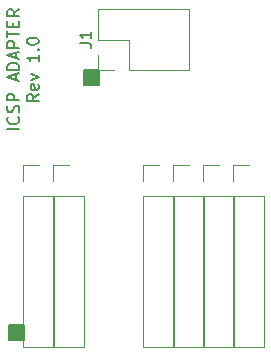
<source format=gbr>
G04 #@! TF.GenerationSoftware,KiCad,Pcbnew,(5.0.1-3-g963ef8bb5)*
G04 #@! TF.CreationDate,2018-12-11T08:39:45-08:00*
G04 #@! TF.ProjectId,isp_adapter,6973705F616461707465722E6B696361,rev?*
G04 #@! TF.SameCoordinates,Original*
G04 #@! TF.FileFunction,Legend,Top*
G04 #@! TF.FilePolarity,Positive*
%FSLAX46Y46*%
G04 Gerber Fmt 4.6, Leading zero omitted, Abs format (unit mm)*
G04 Created by KiCad (PCBNEW (5.0.1-3-g963ef8bb5)) date Tuesday, December 11, 2018 at 08:39:45 AM*
%MOMM*%
%LPD*%
G01*
G04 APERTURE LIST*
%ADD10C,0.150000*%
%ADD11C,0.120000*%
G04 APERTURE END LIST*
D10*
X117737380Y-115537619D02*
X116737380Y-115537619D01*
X117642142Y-114490000D02*
X117689761Y-114537619D01*
X117737380Y-114680476D01*
X117737380Y-114775714D01*
X117689761Y-114918571D01*
X117594523Y-115013809D01*
X117499285Y-115061428D01*
X117308809Y-115109047D01*
X117165952Y-115109047D01*
X116975476Y-115061428D01*
X116880238Y-115013809D01*
X116785000Y-114918571D01*
X116737380Y-114775714D01*
X116737380Y-114680476D01*
X116785000Y-114537619D01*
X116832619Y-114490000D01*
X117689761Y-114109047D02*
X117737380Y-113966190D01*
X117737380Y-113728095D01*
X117689761Y-113632857D01*
X117642142Y-113585238D01*
X117546904Y-113537619D01*
X117451666Y-113537619D01*
X117356428Y-113585238D01*
X117308809Y-113632857D01*
X117261190Y-113728095D01*
X117213571Y-113918571D01*
X117165952Y-114013809D01*
X117118333Y-114061428D01*
X117023095Y-114109047D01*
X116927857Y-114109047D01*
X116832619Y-114061428D01*
X116785000Y-114013809D01*
X116737380Y-113918571D01*
X116737380Y-113680476D01*
X116785000Y-113537619D01*
X117737380Y-113109047D02*
X116737380Y-113109047D01*
X116737380Y-112728095D01*
X116785000Y-112632857D01*
X116832619Y-112585238D01*
X116927857Y-112537619D01*
X117070714Y-112537619D01*
X117165952Y-112585238D01*
X117213571Y-112632857D01*
X117261190Y-112728095D01*
X117261190Y-113109047D01*
X117451666Y-111394761D02*
X117451666Y-110918571D01*
X117737380Y-111490000D02*
X116737380Y-111156666D01*
X117737380Y-110823333D01*
X117737380Y-110490000D02*
X116737380Y-110490000D01*
X116737380Y-110251904D01*
X116785000Y-110109047D01*
X116880238Y-110013809D01*
X116975476Y-109966190D01*
X117165952Y-109918571D01*
X117308809Y-109918571D01*
X117499285Y-109966190D01*
X117594523Y-110013809D01*
X117689761Y-110109047D01*
X117737380Y-110251904D01*
X117737380Y-110490000D01*
X117451666Y-109537619D02*
X117451666Y-109061428D01*
X117737380Y-109632857D02*
X116737380Y-109299523D01*
X117737380Y-108966190D01*
X117737380Y-108632857D02*
X116737380Y-108632857D01*
X116737380Y-108251904D01*
X116785000Y-108156666D01*
X116832619Y-108109047D01*
X116927857Y-108061428D01*
X117070714Y-108061428D01*
X117165952Y-108109047D01*
X117213571Y-108156666D01*
X117261190Y-108251904D01*
X117261190Y-108632857D01*
X116737380Y-107775714D02*
X116737380Y-107204285D01*
X117737380Y-107490000D02*
X116737380Y-107490000D01*
X117213571Y-106870952D02*
X117213571Y-106537619D01*
X117737380Y-106394761D02*
X117737380Y-106870952D01*
X116737380Y-106870952D01*
X116737380Y-106394761D01*
X117737380Y-105394761D02*
X117261190Y-105728095D01*
X117737380Y-105966190D02*
X116737380Y-105966190D01*
X116737380Y-105585238D01*
X116785000Y-105490000D01*
X116832619Y-105442380D01*
X116927857Y-105394761D01*
X117070714Y-105394761D01*
X117165952Y-105442380D01*
X117213571Y-105490000D01*
X117261190Y-105585238D01*
X117261190Y-105966190D01*
X119387380Y-112561428D02*
X118911190Y-112894761D01*
X119387380Y-113132857D02*
X118387380Y-113132857D01*
X118387380Y-112751904D01*
X118435000Y-112656666D01*
X118482619Y-112609047D01*
X118577857Y-112561428D01*
X118720714Y-112561428D01*
X118815952Y-112609047D01*
X118863571Y-112656666D01*
X118911190Y-112751904D01*
X118911190Y-113132857D01*
X119339761Y-111751904D02*
X119387380Y-111847142D01*
X119387380Y-112037619D01*
X119339761Y-112132857D01*
X119244523Y-112180476D01*
X118863571Y-112180476D01*
X118768333Y-112132857D01*
X118720714Y-112037619D01*
X118720714Y-111847142D01*
X118768333Y-111751904D01*
X118863571Y-111704285D01*
X118958809Y-111704285D01*
X119054047Y-112180476D01*
X118720714Y-111370952D02*
X119387380Y-111132857D01*
X118720714Y-110894761D01*
X119387380Y-109228095D02*
X119387380Y-109799523D01*
X119387380Y-109513809D02*
X118387380Y-109513809D01*
X118530238Y-109609047D01*
X118625476Y-109704285D01*
X118673095Y-109799523D01*
X119292142Y-108799523D02*
X119339761Y-108751904D01*
X119387380Y-108799523D01*
X119339761Y-108847142D01*
X119292142Y-108799523D01*
X119387380Y-108799523D01*
X118387380Y-108132857D02*
X118387380Y-108037619D01*
X118435000Y-107942380D01*
X118482619Y-107894761D01*
X118577857Y-107847142D01*
X118768333Y-107799523D01*
X119006428Y-107799523D01*
X119196904Y-107847142D01*
X119292142Y-107894761D01*
X119339761Y-107942380D01*
X119387380Y-108037619D01*
X119387380Y-108132857D01*
X119339761Y-108228095D01*
X119292142Y-108275714D01*
X119196904Y-108323333D01*
X119006428Y-108370952D01*
X118768333Y-108370952D01*
X118577857Y-108323333D01*
X118482619Y-108275714D01*
X118435000Y-108228095D01*
X118387380Y-108132857D01*
G36*
X116840000Y-132080000D02*
X118110000Y-132080000D01*
X118110000Y-133350000D01*
X116840000Y-133350000D01*
X116840000Y-132080000D01*
G37*
X116840000Y-132080000D02*
X118110000Y-132080000D01*
X118110000Y-133350000D01*
X116840000Y-133350000D01*
X116840000Y-132080000D01*
G36*
X123190000Y-110490000D02*
X124460000Y-110490000D01*
X124460000Y-111760000D01*
X123190000Y-111760000D01*
X123190000Y-110490000D01*
G37*
X123190000Y-110490000D02*
X124460000Y-110490000D01*
X124460000Y-111760000D01*
X123190000Y-111760000D01*
X123190000Y-110490000D01*
D11*
G04 #@! TO.C,J1*
X124400000Y-110550000D02*
X124400000Y-109220000D01*
X125730000Y-110550000D02*
X124400000Y-110550000D01*
X124400000Y-107950000D02*
X124400000Y-105350000D01*
X127000000Y-107950000D02*
X124400000Y-107950000D01*
X127000000Y-110550000D02*
X127000000Y-107950000D01*
X124400000Y-105350000D02*
X132140000Y-105350000D01*
X127000000Y-110550000D02*
X132140000Y-110550000D01*
X132140000Y-110550000D02*
X132140000Y-105350000D01*
G04 #@! TO.C,PIN1*
X118050000Y-118605001D02*
X119380000Y-118605001D01*
X118050000Y-119935001D02*
X118050000Y-118605001D01*
X118050000Y-121205001D02*
X120710000Y-121205001D01*
X120710000Y-121205001D02*
X120710000Y-133965001D01*
X118050000Y-121205001D02*
X118050000Y-133965001D01*
X118050000Y-133965001D02*
X120710000Y-133965001D01*
G04 #@! TO.C,PIN2*
X120590000Y-133965001D02*
X123250000Y-133965001D01*
X120590000Y-121205001D02*
X120590000Y-133965001D01*
X123250000Y-121205001D02*
X123250000Y-133965001D01*
X120590000Y-121205001D02*
X123250000Y-121205001D01*
X120590000Y-119935001D02*
X120590000Y-118605001D01*
X120590000Y-118605001D02*
X121920000Y-118605001D01*
G04 #@! TO.C,PIN5*
X128210000Y-118605001D02*
X129540000Y-118605001D01*
X128210000Y-119935001D02*
X128210000Y-118605001D01*
X128210000Y-121205001D02*
X130870000Y-121205001D01*
X130870000Y-121205001D02*
X130870000Y-133965001D01*
X128210000Y-121205001D02*
X128210000Y-133965001D01*
X128210000Y-133965001D02*
X130870000Y-133965001D01*
G04 #@! TO.C,PIN6*
X130750000Y-133965001D02*
X133410000Y-133965001D01*
X130750000Y-121205001D02*
X130750000Y-133965001D01*
X133410000Y-121205001D02*
X133410000Y-133965001D01*
X130750000Y-121205001D02*
X133410000Y-121205001D01*
X130750000Y-119935001D02*
X130750000Y-118605001D01*
X130750000Y-118605001D02*
X132080000Y-118605001D01*
G04 #@! TO.C,PIN7*
X133290000Y-118605001D02*
X134620000Y-118605001D01*
X133290000Y-119935001D02*
X133290000Y-118605001D01*
X133290000Y-121205001D02*
X135950000Y-121205001D01*
X135950000Y-121205001D02*
X135950000Y-133965001D01*
X133290000Y-121205001D02*
X133290000Y-133965001D01*
X133290000Y-133965001D02*
X135950000Y-133965001D01*
G04 #@! TO.C,PIN8*
X135830000Y-133965001D02*
X138490000Y-133965001D01*
X135830000Y-121205001D02*
X135830000Y-133965001D01*
X138490000Y-121205001D02*
X138490000Y-133965001D01*
X135830000Y-121205001D02*
X138490000Y-121205001D01*
X135830000Y-119935001D02*
X135830000Y-118605001D01*
X135830000Y-118605001D02*
X137160000Y-118605001D01*
G04 #@! TO.C,J1*
D10*
X122852380Y-108283333D02*
X123566666Y-108283333D01*
X123709523Y-108330952D01*
X123804761Y-108426190D01*
X123852380Y-108569047D01*
X123852380Y-108664285D01*
X123852380Y-107283333D02*
X123852380Y-107854761D01*
X123852380Y-107569047D02*
X122852380Y-107569047D01*
X122995238Y-107664285D01*
X123090476Y-107759523D01*
X123138095Y-107854761D01*
G04 #@! TD*
M02*

</source>
